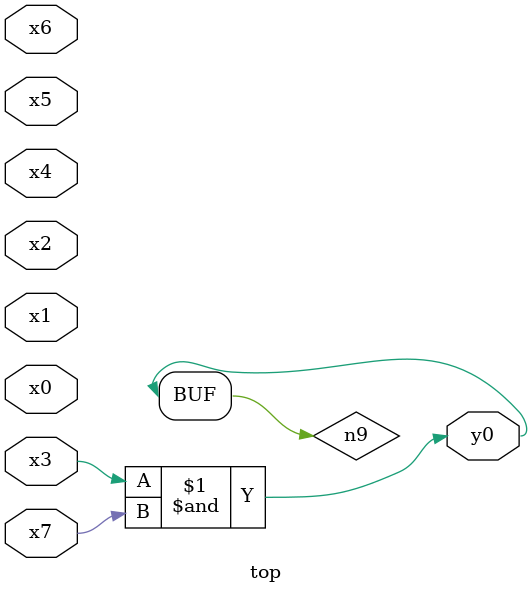
<source format=v>
module top( x0 , x1 , x2 , x3 , x4 , x5 , x6 , x7 , y0 );
  input x0 , x1 , x2 , x3 , x4 , x5 , x6 , x7 ;
  output y0 ;
  wire n9 ;
  assign n9 = x3 & x7 ;
  assign y0 = n9 ;
endmodule

</source>
